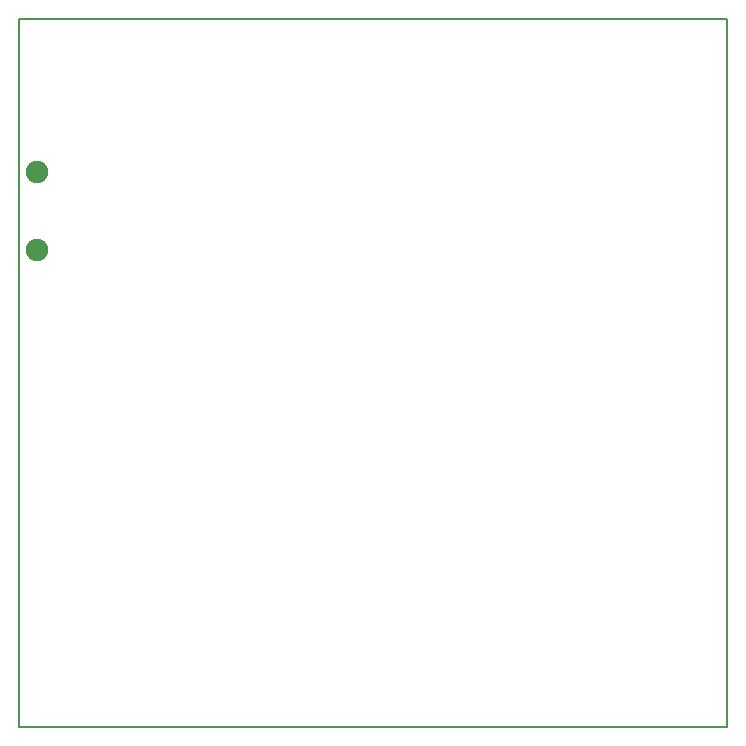
<source format=gbp>
G04 (created by PCBNEW (2013-03-15 BZR 4003)-stable) date 24-Aug-13 4:32:32 PM*
%MOIN*%
G04 Gerber Fmt 3.4, Leading zero omitted, Abs format*
%FSLAX34Y34*%
G01*
G70*
G90*
G04 APERTURE LIST*
%ADD10C,0*%
%ADD11C,0.00590551*%
%ADD12C,0.075*%
G04 APERTURE END LIST*
G54D10*
G54D11*
X34547Y-31003D02*
X34547Y-7381D01*
X58169Y-31003D02*
X34547Y-31003D01*
X58169Y-7381D02*
X58169Y-31003D01*
X34547Y-7381D02*
X58169Y-7381D01*
G54D12*
X35150Y-12499D03*
X35150Y-15099D03*
M02*

</source>
